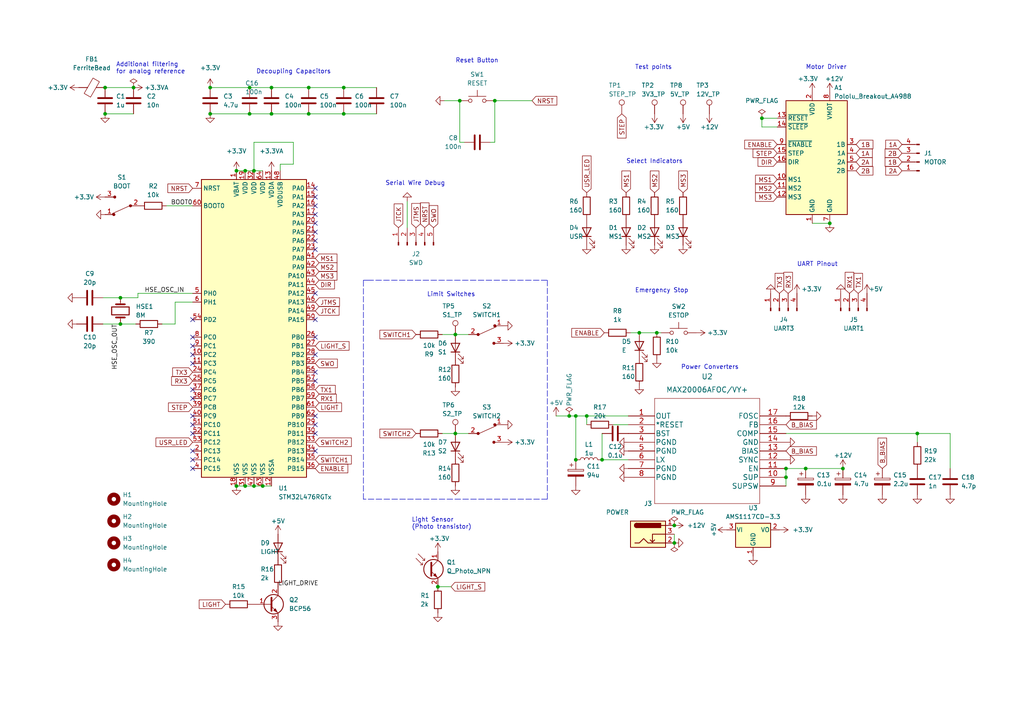
<source format=kicad_sch>
(kicad_sch (version 20211123) (generator eeschema)
  (paper "A4")
  (junction (at 143.51 29.21))
  (junction (at 190.5 96.52))
  (junction (at 132.08 97.028))
  (junction (at 73.66 140.97))
  (junction (at 240.665 64.77))
  (junction (at 165.1 120.65))
  (junction (at 72.39 25.4))
  (junction (at 99.695 25.4))
  (junction (at 220.98 34.29))
  (junction (at 60.96 33.02))
  (junction (at 99.695 33.02))
  (junction (at 227.965 138.43))
  (junction (at 68.58 140.97))
  (junction (at 73.66 49.53))
  (junction (at 167.005 133.35))
  (junction (at 233.68 135.89))
  (junction (at 89.535 25.4))
  (junction (at 71.12 49.53))
  (junction (at 133.35 29.21))
  (junction (at 174.625 133.35))
  (junction (at 227.965 135.89))
  (junction (at 68.58 49.53))
  (junction (at 195.58 152.4))
  (junction (at 72.39 33.02))
  (junction (at 195.58 157.48))
  (junction (at 127 170.18))
  (junction (at 30.48 25.4))
  (junction (at 167.005 120.65))
  (junction (at 34.925 93.98))
  (junction (at 76.2 140.97))
  (junction (at 266.065 125.73))
  (junction (at 89.535 33.02))
  (junction (at 34.925 86.36))
  (junction (at 78.74 33.02))
  (junction (at 132.08 125.73))
  (junction (at 38.735 25.4))
  (junction (at 60.96 25.4))
  (junction (at 30.48 33.02))
  (junction (at 71.12 140.97))
  (junction (at 78.74 25.4))
  (junction (at 244.475 135.89))
  (junction (at 170.18 120.65))
  (junction (at 185.42 96.52))
  (no_connect (at 55.88 105.41))
  (no_connect (at 91.44 54.61))
  (no_connect (at 91.44 97.79))
  (no_connect (at 91.44 57.15))
  (no_connect (at 91.44 107.95))
  (no_connect (at 91.44 72.39))
  (no_connect (at 91.44 110.49))
  (no_connect (at 55.88 113.03))
  (no_connect (at 55.88 97.79))
  (no_connect (at 91.44 120.65))
  (no_connect (at 91.44 130.81))
  (no_connect (at 91.44 92.71))
  (no_connect (at 91.44 123.19))
  (no_connect (at 55.88 102.87))
  (no_connect (at 55.88 123.19))
  (no_connect (at 55.88 133.35))
  (no_connect (at 91.44 67.31))
  (no_connect (at 91.44 125.73))
  (no_connect (at 55.88 135.89))
  (no_connect (at 55.88 120.65))
  (no_connect (at 91.44 85.09))
  (no_connect (at 55.88 125.73))
  (no_connect (at 55.88 130.81))
  (no_connect (at 91.44 62.23))
  (no_connect (at 91.44 59.69))
  (no_connect (at 55.88 115.57))
  (no_connect (at 91.44 102.87))
  (no_connect (at 55.88 92.71))
  (no_connect (at 55.88 100.33))
  (no_connect (at 91.44 69.85))
  (no_connect (at 91.44 64.77))
  (wire (pts (xy 85.09 41.275) (xy 73.66 41.275)))
  (wire (pts (xy 128.905 29.21) (xy 133.35 29.21)))
  (wire (pts (xy 182.245 120.65) (xy 170.18 120.65)))
  (wire (pts (xy 71.12 140.97) (xy 73.66 140.97)))
  (wire (pts (xy 227.965 135.89) (xy 227.965 138.43)))
  (wire (pts (xy 85.09 47.625) (xy 85.09 41.275)))
  (wire (pts (xy 30.48 25.4) (xy 38.735 25.4)))
  (wire (pts (xy 266.065 125.73) (xy 275.59 125.73)))
  (polyline (pts (xy 106.68 81.28) (xy 158.75 81.28)))
  (wire (pts (xy 118.11 58.42) (xy 118.11 66.04)))
  (wire (pts (xy 40.005 85.09) (xy 55.88 85.09)))
  (wire (pts (xy 185.42 96.52) (xy 190.5 96.52)))
  (wire (pts (xy 235.585 64.77) (xy 240.665 64.77)))
  (wire (pts (xy 99.695 33.02) (xy 109.22 33.02)))
  (wire (pts (xy 99.695 25.4) (xy 109.22 25.4)))
  (wire (pts (xy 73.66 140.97) (xy 76.2 140.97)))
  (wire (pts (xy 73.66 49.53) (xy 76.2 49.53)))
  (wire (pts (xy 266.065 125.73) (xy 266.065 128.27)))
  (polyline (pts (xy 105.41 81.28) (xy 106.68 81.28)))
  (wire (pts (xy 165.1 120.65) (xy 167.005 120.65)))
  (wire (pts (xy 78.74 25.4) (xy 89.535 25.4)))
  (wire (pts (xy 48.26 59.69) (xy 55.88 59.69)))
  (wire (pts (xy 34.925 93.98) (xy 39.37 93.98)))
  (polyline (pts (xy 158.75 81.28) (xy 158.75 144.78)))
  (wire (pts (xy 233.68 135.89) (xy 244.475 135.89)))
  (wire (pts (xy 182.88 96.52) (xy 185.42 96.52)))
  (wire (pts (xy 128.27 125.73) (xy 132.08 125.73)))
  (wire (pts (xy 78.74 33.02) (xy 89.535 33.02)))
  (wire (pts (xy 89.535 33.02) (xy 99.695 33.02)))
  (wire (pts (xy 174.625 133.35) (xy 182.245 133.35)))
  (wire (pts (xy 142.24 41.275) (xy 143.51 41.275)))
  (wire (pts (xy 167.005 120.65) (xy 167.005 133.35)))
  (wire (pts (xy 143.51 29.21) (xy 143.51 41.275)))
  (wire (pts (xy 127 170.18) (xy 130.81 170.18)))
  (wire (pts (xy 174.625 125.73) (xy 174.625 133.35)))
  (wire (pts (xy 133.35 29.21) (xy 133.35 41.275)))
  (wire (pts (xy 143.51 29.21) (xy 154.305 29.21)))
  (wire (pts (xy 50.8 87.63) (xy 55.88 87.63)))
  (wire (pts (xy 68.58 49.53) (xy 71.12 49.53)))
  (wire (pts (xy 227.965 138.43) (xy 227.965 140.97)))
  (wire (pts (xy 81.28 49.53) (xy 81.28 47.625)))
  (wire (pts (xy 29.845 93.98) (xy 34.925 93.98)))
  (wire (pts (xy 50.8 93.98) (xy 50.8 87.63)))
  (wire (pts (xy 68.58 140.97) (xy 71.12 140.97)))
  (wire (pts (xy 81.28 47.625) (xy 85.09 47.625)))
  (wire (pts (xy 72.39 25.4) (xy 78.74 25.4)))
  (wire (pts (xy 177.8 123.19) (xy 182.245 123.19)))
  (wire (pts (xy 46.99 93.98) (xy 50.8 93.98)))
  (wire (pts (xy 71.12 49.53) (xy 73.66 49.53)))
  (wire (pts (xy 72.39 33.02) (xy 78.74 33.02)))
  (wire (pts (xy 132.08 97.028) (xy 135.89 97.028)))
  (wire (pts (xy 227.965 125.73) (xy 266.065 125.73)))
  (wire (pts (xy 220.98 34.29) (xy 220.98 36.83)))
  (wire (pts (xy 76.2 140.97) (xy 78.74 140.97)))
  (wire (pts (xy 29.845 86.36) (xy 34.925 86.36)))
  (wire (pts (xy 132.08 125.73) (xy 135.89 125.73)))
  (wire (pts (xy 60.96 25.4) (xy 72.39 25.4)))
  (wire (pts (xy 60.96 33.02) (xy 72.39 33.02)))
  (wire (pts (xy 134.62 41.275) (xy 133.35 41.275)))
  (wire (pts (xy 275.59 125.73) (xy 275.59 135.89)))
  (polyline (pts (xy 105.41 144.78) (xy 105.41 81.28)))
  (wire (pts (xy 30.48 33.02) (xy 38.735 33.02)))
  (wire (pts (xy 190.5 96.52) (xy 191.77 96.52)))
  (wire (pts (xy 170.18 120.65) (xy 170.18 123.19)))
  (wire (pts (xy 225.425 34.29) (xy 220.98 34.29)))
  (polyline (pts (xy 158.75 144.78) (xy 105.41 144.78)))
  (wire (pts (xy 34.925 86.36) (xy 40.005 86.36)))
  (wire (pts (xy 161.29 120.65) (xy 165.1 120.65)))
  (wire (pts (xy 73.66 41.275) (xy 73.66 49.53)))
  (wire (pts (xy 195.58 154.94) (xy 195.58 157.48)))
  (wire (pts (xy 227.965 135.89) (xy 233.68 135.89)))
  (wire (pts (xy 220.98 36.83) (xy 225.425 36.83)))
  (wire (pts (xy 170.18 120.65) (xy 167.005 120.65)))
  (wire (pts (xy 128.27 97.028) (xy 132.08 97.028)))
  (wire (pts (xy 89.535 25.4) (xy 99.695 25.4)))
  (wire (pts (xy 40.005 86.36) (xy 40.005 85.09)))
  (text "UART Pinout" (at 231.14 77.47 0) (effects (font (size 1.27 1.27)) (justify left bottom)))
  (text "Serial Wire Debug" (at 111.76 53.975 0) (effects (font (size 1.27 1.27)) (justify left bottom)))
  (text "Additional filtering\nfor analog reference" (at 33.655 21.59 0) (effects (font (size 1.27 1.27)) (justify left bottom)))
  (text "Test points" (at 184.15 20.32 0) (effects (font (size 1.27 1.27)) (justify left bottom)))
  (text "Decoupling Capacitors" (at 74.295 21.59 0) (effects (font (size 1.27 1.27)) (justify left bottom)))
  (text "Power Converters" (at 197.485 107.315 0) (effects (font (size 1.27 1.27)) (justify left bottom)))
  (text "Select Indicators" (at 181.61 47.625 0) (effects (font (size 1.27 1.27)) (justify left bottom)))
  (text "Reset Button" (at 132.08 18.415 0) (effects (font (size 1.27 1.27)) (justify left bottom)))
  (text "Emergency Stop" (at 184.15 85.09 0) (effects (font (size 1.27 1.27)) (justify left bottom)))
  (text "Light Sensor\n(Photo transistor)" (at 119.38 153.67 0) (effects (font (size 1.27 1.27)) (justify left bottom)))
  (text "Motor Driver" (at 233.68 20.32 0) (effects (font (size 1.27 1.27)) (justify left bottom)))
  (text "Limit Switches" (at 123.825 86.233 0) (effects (font (size 1.27 1.27)) (justify left bottom)))
  (label "HSE_OSC_IN" (at 41.91 85.09 0))
  (label "BOOT0" (at 49.53 59.69 0))
  (label "HSE_OSC_OUT" (at 34.29 93.98 270))
  (label "LIGHT_DRIVE" (at 80.645 170.18 0))
  (global_label "TX3" (shape input) (at 226.06 85.09 90) (property "Intersheet References" "${INTERSHEET_REFS}" (effects hide)))
  (global_label "SWITCH2" (shape input) (at 120.65 125.73 180) (property "Intersheet References" "${INTERSHEET_REFS}" (effects hide)))
  (global_label "SWO" (shape input) (at 125.73 66.04 90) (property "Intersheet References" "${INTERSHEET_REFS}" (effects hide)))
  (global_label "LIGHT" (shape input) (at 91.44 118.11 0) (property "Intersheet References" "${INTERSHEET_REFS}" (effects hide)))
  (global_label "USR_LED" (shape input) (at 55.88 128.27 180) (property "Intersheet References" "${INTERSHEET_REFS}" (effects hide)))
  (global_label "JTCK" (shape input) (at 115.57 66.04 90) (property "Intersheet References" "${INTERSHEET_REFS}" (effects hide)))
  (global_label "B_BIAS" (shape input) (at 227.965 130.81 0) (property "Intersheet References" "${INTERSHEET_REFS}" (effects hide)))
  (global_label "MS1" (shape input) (at 181.61 55.88 90) (property "Intersheet References" "${INTERSHEET_REFS}" (effects hide)))
  (global_label "RX3" (shape input) (at 55.88 110.49 180) (property "Intersheet References" "${INTERSHEET_REFS}" (effects hide)))
  (global_label "1B" (shape input) (at 261.62 46.99 180) (property "Intersheet References" "${INTERSHEET_REFS}" (effects hide)))
  (global_label "2B" (shape input) (at 261.62 44.45 180) (property "Intersheet References" "${INTERSHEET_REFS}" (effects hide)))
  (global_label "1B" (shape input) (at 248.285 41.91 0) (property "Intersheet References" "${INTERSHEET_REFS}" (effects hide)))
  (global_label "RX1" (shape input) (at 246.38 85.09 90) (property "Intersheet References" "${INTERSHEET_REFS}" (effects hide)))
  (global_label "LIGHT_S" (shape input) (at 91.44 100.33 0) (property "Intersheet References" "${INTERSHEET_REFS}" (effects hide)))
  (global_label "STEP" (shape input) (at 225.425 44.45 180) (property "Intersheet References" "${INTERSHEET_REFS}" (effects hide)))
  (global_label "SWITCH2" (shape input) (at 91.44 128.27 0) (property "Intersheet References" "${INTERSHEET_REFS}" (effects hide)))
  (global_label "2A" (shape input) (at 248.285 46.99 0) (property "Intersheet References" "${INTERSHEET_REFS}" (effects hide)))
  (global_label "MS3" (shape input) (at 91.44 80.01 0) (property "Intersheet References" "${INTERSHEET_REFS}" (effects hide)))
  (global_label "MS3" (shape input) (at 198.12 55.88 90) (property "Intersheet References" "${INTERSHEET_REFS}" (effects hide)))
  (global_label "RX1" (shape input) (at 91.44 115.57 0) (property "Intersheet References" "${INTERSHEET_REFS}" (effects hide)))
  (global_label "B_BIAS" (shape input) (at 227.965 123.19 0) (property "Intersheet References" "${INTERSHEET_REFS}" (effects hide)))
  (global_label "DIR" (shape input) (at 225.425 46.99 180) (property "Intersheet References" "${INTERSHEET_REFS}" (effects hide)))
  (global_label "SWO" (shape input) (at 91.44 105.41 0) (property "Intersheet References" "${INTERSHEET_REFS}" (effects hide)))
  (global_label "SWITCH1" (shape input) (at 91.44 133.35 0) (property "Intersheet References" "${INTERSHEET_REFS}" (effects hide)))
  (global_label "TX3" (shape input) (at 55.88 107.95 180) (property "Intersheet References" "${INTERSHEET_REFS}" (effects hide)))
  (global_label "NRST" (shape input) (at 123.19 66.04 90) (property "Intersheet References" "${INTERSHEET_REFS}" (effects hide)))
  (global_label "JTMS" (shape input) (at 91.44 87.63 0) (property "Intersheet References" "${INTERSHEET_REFS}" (effects hide)))
  (global_label "STEP" (shape input) (at 180.34 33.02 270) (property "Intersheet References" "${INTERSHEET_REFS}" (effects hide)))
  (global_label "2A" (shape input) (at 261.62 49.53 180) (property "Intersheet References" "${INTERSHEET_REFS}" (effects hide)))
  (global_label "USR_LED" (shape input) (at 170.18 55.88 90) (property "Intersheet References" "${INTERSHEET_REFS}" (effects hide)))
  (global_label "ENABLE" (shape input) (at 225.425 41.91 180) (property "Intersheet References" "${INTERSHEET_REFS}" (effects hide)))
  (global_label "NRST" (shape input) (at 154.305 29.21 0) (property "Intersheet References" "${INTERSHEET_REFS}" (effects hide)))
  (global_label "ENABLE" (shape input) (at 175.26 96.52 180) (property "Intersheet References" "${INTERSHEET_REFS}" (effects hide)))
  (global_label "RX3" (shape input) (at 228.6 85.09 90) (property "Intersheet References" "${INTERSHEET_REFS}" (effects hide)))
  (global_label "MS1" (shape input) (at 91.44 74.93 0) (property "Intersheet References" "${INTERSHEET_REFS}" (effects hide)))
  (global_label "SWITCH1" (shape input) (at 120.65 97.028 180) (property "Intersheet References" "${INTERSHEET_REFS}" (effects hide)))
  (global_label "LIGHT_S" (shape input) (at 130.81 170.18 0) (property "Intersheet References" "${INTERSHEET_REFS}" (effects hide)))
  (global_label "MS2" (shape input) (at 91.44 77.47 0) (property "Intersheet References" "${INTERSHEET_REFS}" (effects hide)))
  (global_label "STEP" (shape input) (at 55.88 118.11 180) (property "Intersheet References" "${INTERSHEET_REFS}" (effects hide)))
  (global_label "LIGHT" (shape input) (at 65.405 175.26 180) (property "Intersheet References" "${INTERSHEET_REFS}" (effects hide)))
  (global_label "JTMS" (shape input) (at 120.65 66.04 90) (property "Intersheet References" "${INTERSHEET_REFS}" (effects hide)))
  (global_label "MS1" (shape input) (at 225.425 52.07 180) (property "Intersheet References" "${INTERSHEET_REFS}" (effects hide)))
  (global_label "DIR" (shape input) (at 91.44 82.55 0) (property "Intersheet References" "${INTERSHEET_REFS}" (effects hide)))
  (global_label "MS2" (shape input) (at 189.865 55.88 90) (property "Intersheet References" "${INTERSHEET_REFS}" (effects hide)))
  (global_label "ENABLE" (shape input) (at 91.44 135.89 0) (property "Intersheet References" "${INTERSHEET_REFS}" (effects hide)))
  (global_label "2B" (shape input) (at 248.285 49.53 0) (property "Intersheet References" "${INTERSHEET_REFS}" (effects hide)))
  (global_label "TX1" (shape input) (at 91.44 113.03 0) (property "Intersheet References" "${INTERSHEET_REFS}" (effects hide)))
  (global_label "MS2" (shape input) (at 225.425 54.61 180) (property "Intersheet References" "${INTERSHEET_REFS}" (effects hide)))
  (global_label "JTCK" (shape input) (at 91.44 90.17 0) (property "Intersheet References" "${INTERSHEET_REFS}" (effects hide)))
  (global_label "1A" (shape input) (at 261.62 41.91 180) (property "Intersheet References" "${INTERSHEET_REFS}" (effects hide)))
  (global_label "MS3" (shape input) (at 225.425 57.15 180) (property "Intersheet References" "${INTERSHEET_REFS}" (effects hide)))
  (global_label "1A" (shape input) (at 248.285 44.45 0) (property "Intersheet References" "${INTERSHEET_REFS}" (effects hide)))
  (global_label "NRST" (shape input) (at 55.88 54.61 180) (property "Intersheet References" "${INTERSHEET_REFS}" (effects hide)))
  (global_label "TX1" (shape input) (at 248.92 85.09 90) (property "Intersheet References" "${INTERSHEET_REFS}" (effects hide)))
  (global_label "B_BIAS" (shape input) (at 255.905 135.89 90) (property "Intersheet References" "${INTERSHEET_REFS}" (effects hide)))
  (symbol (lib_id "Device:R") (at 266.065 132.08 0) (unit 1)
    (property "Reference" "R19" (at 267.97 130.8099 0) (effects (justify left)))
    (property "Value" "22k" (at 267.97 133.3499 0) (effects (justify left)))
  )
  (symbol (lib_id "Connector:TestPoint") (at 132.08 97.028 0) (unit 1)
    (property "Reference" "TP5" (at 128.27 88.773 0) (effects (justify left)))
    (property "Value" "S1_TP" (at 128.27 91.313 0) (effects (justify left)))
    (property "Footprint" "TestPoint:TestPoint_Pad_D1.5mm" (effects hide))
  )
  (symbol (lib_id "Device:C_Polarized") (at 167.005 137.16 0) (unit 1)
    (property "Reference" "C11" (at 170.18 135.255 0) (effects (justify left)))
    (property "Value" "94u" (at 170.18 137.795 0) (effects (justify left)))
  )
  (symbol (lib_id "power:GND") (at 182.245 128.27 270) (unit 1)
    (property "Reference" "#PWR037" (effects hide))
    (property "Value" "GND" (effects hide))
  )
  (symbol (lib_id "power:GND") (at 30.48 62.23 270) (unit 1)
    (property "Reference" "#PWR017" (effects hide))
    (property "Value" "GND" (effects hide))
  )
  (symbol (lib_id "Device:C") (at 99.695 29.21 0) (unit 1)
    (property "Reference" "C6" (at 102.87 27.9399 0) (effects (justify left)))
    (property "Value" "100n" (at 102.87 30.4799 0) (effects (justify left)))
    (property "Footprint" "Capacitor_SMD:C_0402_1005Metric" (effects hide))
  )
  (symbol (lib_id "Device:LED") (at 189.865 67.31 90) (unit 1)
    (property "Reference" "D2" (at 184.785 66.04 90) (effects (justify right)))
    (property "Value" "MS2" (at 184.785 68.58 90) (effects (justify right)))
    (property "Footprint" "LED_SMD:LED_0805_2012Metric" (effects hide))
  )
  (symbol (lib_id "power:+3.3V") (at 201.93 96.52 270) (unit 1)
    (property "Reference" "#PWR025" (effects hide))
    (property "Value" "+3.3V" (at 205.105 96.5201 90) (effects (justify left)))
  )
  (symbol (lib_id "power:GND") (at 132.08 140.97 0) (unit 1)
    (property "Reference" "#PWR036" (effects hide))
    (property "Value" "GND" (effects hide))
  )
  (symbol (lib_id "Device:C") (at 26.035 86.36 90) (unit 1)
    (property "Reference" "C9" (at 26.035 79.375 90))
    (property "Value" "20p" (at 26.035 81.915 90))
    (property "Footprint" "Capacitor_SMD:C_0402_1005Metric" (effects hide))
  )
  (symbol (lib_id "Connector:TestPoint") (at 205.74 33.02 0) (unit 1)
    (property "Reference" "TP3" (at 201.93 24.765 0) (effects (justify left)))
    (property "Value" "12V_TP" (at 201.93 27.305 0) (effects (justify left)))
    (property "Footprint" "TestPoint:TestPoint_Pad_D1.5mm" (effects hide))
  )
  (symbol (lib_id "power:GND") (at 235.585 120.65 90) (unit 1)
    (property "Reference" "#PWR051" (effects hide))
    (property "Value" "GND" (effects hide))
  )
  (symbol (lib_id "power:+3.3V") (at 127 160.02 0) (unit 1)
    (property "Reference" "#PWR011" (effects hide))
    (property "Value" "+3.3V" (at 124.46 156.21 0) (effects (justify left)))
  )
  (symbol (lib_id "power:GND") (at 118.11 58.42 180) (unit 1)
    (property "Reference" "#PWR015" (effects hide))
    (property "Value" "GND" (effects hide))
  )
  (symbol (lib_id "Device:R") (at 43.18 93.98 270) (unit 1)
    (property "Reference" "R7" (at 43.18 96.52 90))
    (property "Value" "390" (at 43.18 99.06 90))
    (property "Footprint" "Resistor_SMD:R_0402_1005Metric" (effects hide))
  )
  (symbol (lib_id "Device:Crystal") (at 34.925 90.17 90) (unit 1)
    (property "Reference" "HSE1" (at 39.37 88.8999 90) (effects (justify right)))
    (property "Value" "8M" (at 39.37 91.4399 90) (effects (justify right)))
    (property "Footprint" "Crystal:Crystal_SMD_MicroCrystal_CC4V-T1A-2Pin_5.0x1.9mm" (effects hide))
  )
  (symbol (lib_id "Device:LED") (at 132.08 100.838 90) (unit 1)
    (property "Reference" "D6" (at 127 99.568 90) (effects (justify right)))
    (property "Value" "S1" (at 127 102.108 90) (effects (justify right)))
    (property "Footprint" "LED_SMD:LED_0805_2012Metric" (effects hide))
  )
  (symbol (lib_id "power:+12V") (at 205.74 33.02 180) (unit 1)
    (property "Reference" "#PWR010" (effects hide))
    (property "Value" "+12V" (at 205.74 36.83 0))
  )
  (symbol (lib_id "Connector:TestPoint") (at 132.08 125.73 0) (unit 1)
    (property "Reference" "TP6" (at 128.27 117.475 0) (effects (justify left)))
    (property "Value" "S2_TP" (at 128.27 120.015 0) (effects (justify left)))
    (property "Footprint" "TestPoint:TestPoint_Pad_D1.5mm" (effects hide))
  )
  (symbol (lib_id "power:GND") (at 22.225 93.98 270) (unit 1)
    (property "Reference" "#PWR023" (effects hide))
    (property "Value" "GND" (effects hide))
  )
  (symbol (lib_id "MAX20006AFOC:MAX20006AFOC{slash}VY+") (at 182.245 120.65 0) (unit 1)
    (property "Reference" "U2" (at 205.105 109.22 0) (effects (font (size 1.524 1.524))))
    (property "Value" "MAX20006AFOC/VY+" (at 205.105 113.03 0) (effects (font (size 1.524 1.524))))
    (property "Footprint" "21-100155B_F173A3FY+1_MXM" (effects hide))
  )
  (symbol (lib_id "power:GND") (at 128.905 29.21 270) (unit 1)
    (property "Reference" "#PWR06" (effects hide))
    (property "Value" "GND" (effects hide))
  )
  (symbol (lib_id "Device:R") (at 181.61 59.69 0) (unit 1)
    (property "Reference" "R3" (at 176.53 58.42 0) (effects (justify left)))
    (property "Value" "160" (at 176.53 60.96 0) (effects (justify left)))
    (property "Footprint" "Resistor_SMD:R_0402_1005Metric" (effects hide))
  )
  (symbol (lib_id "power:GND") (at 275.59 143.51 0) (unit 1)
    (property "Reference" "#PWR056" (effects hide))
    (property "Value" "GND" (effects hide))
  )
  (symbol (lib_id "Device:R") (at 124.46 97.028 270) (unit 1)
    (property "Reference" "R9" (at 124.46 102.743 90))
    (property "Value" "10k" (at 124.46 100.203 90))
    (property "Footprint" "Resistor_SMD:R_0402_1005Metric" (effects hide))
  )
  (symbol (lib_id "power:GND") (at 146.05 123.19 90) (unit 1)
    (property "Reference" "#PWR031" (effects hide))
    (property "Value" "GND" (effects hide))
  )
  (symbol (lib_id "Device:R") (at 170.18 59.69 0) (unit 1)
    (property "Reference" "R6" (at 165.1 58.42 0) (effects (justify left)))
    (property "Value" "160" (at 165.1 60.96 0) (effects (justify left)))
    (property "Footprint" "Resistor_SMD:R_0402_1005Metric" (effects hide))
  )
  (symbol (lib_id "Connector:TestPoint") (at 198.12 33.02 0) (unit 1)
    (property "Reference" "TP8" (at 194.31 24.765 0) (effects (justify left)))
    (property "Value" "5V_TP" (at 194.31 27.305 0) (effects (justify left)))
    (property "Footprint" "TestPoint:TestPoint_Pad_D1.5mm" (effects hide))
  )
  (symbol (lib_id "Device:R") (at 189.865 59.69 0) (unit 1)
    (property "Reference" "R4" (at 184.785 58.42 0) (effects (justify left)))
    (property "Value" "160" (at 184.785 60.96 0) (effects (justify left)))
    (property "Footprint" "Resistor_SMD:R_0402_1005Metric" (effects hide))
  )
  (symbol (lib_id "LedRemap:LEDRemapped") (at 80.645 158.75 90) (unit 1)
    (property "Reference" "D9" (at 75.565 157.48 90) (effects (justify right)))
    (property "Value" "LIGHT" (at 75.565 160.02 90) (effects (justify right)))
    (property "Footprint" "TerminalBlock_Phoenix:TerminalBlock_Phoenix_MPT-0,5-2-2.54_1x02_P2.54mm_Horizontal" (effects hide))
  )
  (symbol (lib_id "power:GND") (at 170.18 71.12 0) (unit 1)
    (property "Reference" "#PWR021" (effects hide))
    (property "Value" "GND" (effects hide))
  )
  (symbol (lib_id "power:GND") (at 185.42 111.76 0) (unit 1)
    (property "Reference" "#PWR028" (effects hide))
    (property "Value" "GND" (effects hide))
  )
  (symbol (lib_id "Device:C") (at 89.535 29.21 0) (unit 1)
    (property "Reference" "C5" (at 92.71 27.9399 0) (effects (justify left)))
    (property "Value" "100n" (at 92.71 30.4799 0) (effects (justify left)))
    (property "Footprint" "Capacitor_SMD:C_0402_1005Metric" (effects hide))
  )
  (symbol (lib_id "Device:R") (at 231.775 120.65 90) (unit 1)
    (property "Reference" "R18" (at 231.775 115.57 90))
    (property "Value" "12k" (at 231.775 118.11 90))
  )
  (symbol (lib_id "Mechanical:MountingHole") (at 33.02 157.48 0) (unit 1)
    (property "Reference" "H3" (at 35.56 156.2099 0) (effects (justify left)))
    (property "Value" "MountingHole" (at 35.56 158.7499 0) (effects (justify left)))
    (property "Footprint" "MountingHole:MountingHole_2.2mm_M2" (effects hide))
  )
  (symbol (lib_id "power:PWR_FLAG") (at 220.98 34.29 0) (unit 1)
    (property "Reference" "#FLG0103" (effects hide))
    (property "Value" "PWR_FLAG" (at 220.98 29.21 0))
  )
  (symbol (lib_id "Device:C") (at 60.96 29.21 0) (unit 1)
    (property "Reference" "C3" (at 64.77 27.9399 0) (effects (justify left)))
    (property "Value" "4.7u" (at 64.77 30.4799 0) (effects (justify left)))
    (property "Footprint" "Capacitor_Tantalum_SMD:CP_EIA-2012-12_Kemet-R" (effects hide))
  )
  (symbol (lib_id "power:+3.3V") (at 235.585 26.67 0) (unit 1)
    (property "Reference" "#PWR01" (effects hide))
    (property "Value" "+3.3V" (at 234.315 22.86 0))
  )
  (symbol (lib_id "Device:R") (at 190.5 100.33 0) (unit 1)
    (property "Reference" "R10" (at 193.04 99.0599 0) (effects (justify left)))
    (property "Value" "10k" (at 193.04 101.5999 0) (effects (justify left)))
    (property "Footprint" "Resistor_SMD:R_0402_1005Metric" (effects hide))
  )
  (symbol (lib_id "Driver_Motor:Pololu_Breakout_A4988") (at 235.585 44.45 0) (unit 1)
    (property "Reference" "A1" (at 241.935 25.4 0) (effects (justify left)))
    (property "Value" "Pololu_Breakout_A4988" (at 241.935 27.94 0) (effects (justify left)))
    (property "Footprint" "Module:Pololu_Breakout-16_15.2x20.3mm" (effects hide))
    (property "Datasheet" "https://www.pololu.com/product/2980/pictures" (effects hide))
  )
  (symbol (lib_id "power:GND") (at 240.665 64.77 0) (unit 1)
    (property "Reference" "#PWR016" (effects hide))
    (property "Value" "GND" (effects hide))
  )
  (symbol (lib_id "power:GND") (at 195.58 157.48 90) (unit 1)
    (property "Reference" "#PWR0102" (effects hide))
    (property "Value" "GND" (effects hide))
  )
  (symbol (lib_id "power:GND") (at 198.12 71.12 0) (unit 1)
    (property "Reference" "#PWR020" (effects hide))
    (property "Value" "GND" (effects hide))
  )
  (symbol (lib_id "Device:LED") (at 198.12 67.31 90) (unit 1)
    (property "Reference" "D3" (at 193.04 66.04 90) (effects (justify right)))
    (property "Value" "MS3" (at 193.04 68.58 90) (effects (justify right)))
    (property "Footprint" "LED_SMD:LED_0805_2012Metric" (effects hide))
  )
  (symbol (lib_id "Device:R") (at 173.99 123.19 90) (unit 1)
    (property "Reference" "R17" (at 173.99 118.11 90))
    (property "Value" "20k" (at 173.99 120.65 90))
  )
  (symbol (lib_id "Transistor_BJT:BCP56") (at 78.105 175.26 0) (unit 1)
    (property "Reference" "Q2" (at 83.82 173.9899 0) (effects (justify left)))
    (property "Value" "BCP56" (at 83.82 176.5299 0) (effects (justify left)))
    (property "Footprint" "Package_TO_SOT_SMD:SOT-223" (effects hide))
    (property "Datasheet" "http://cache.nxp.com/documents/data_sheet/BCP56_BCX56_BC56PA.pdf?pspll=1" (effects hide))
  )
  (symbol (lib_id "power:GND") (at 181.61 71.12 0) (unit 1)
    (property "Reference" "#PWR018" (effects hide))
    (property "Value" "GND" (effects hide))
  )
  (symbol (lib_id "power:GND") (at 255.905 143.51 0) (unit 1)
    (property "Reference" "#PWR054" (effects hide))
    (property "Value" "GND" (effects hide))
  )
  (symbol (lib_id "Connector:Conn_01x04_Male") (at 246.38 90.17 90) (unit 1)
    (property "Reference" "J5" (at 247.65 92.71 90))
    (property "Value" "UART1" (at 247.65 95.25 90))
    (property "Footprint" "Connector_PinHeader_2.54mm:PinHeader_1x04_P2.54mm_Vertical" (effects hide))
  )
  (symbol (lib_id "Device:R") (at 179.07 96.52 270) (unit 1)
    (property "Reference" "R8" (at 179.07 90.17 90))
    (property "Value" "1k" (at 179.07 92.71 90))
    (property "Footprint" "Resistor_SMD:R_0402_1005Metric" (effects hide))
  )
  (symbol (lib_id "power:+3.3V") (at 30.48 57.15 90) (unit 1)
    (property "Reference" "#PWR014" (effects hide))
    (property "Value" "+3.3V" (at 27.305 57.1499 90) (effects (justify left)))
  )
  (symbol (lib_id "power:GND") (at 227.965 133.35 90) (unit 1)
    (property "Reference" "#PWR049" (effects hide))
    (property "Value" "GND" (effects hide))
  )
  (symbol (lib_id "power:GND") (at 132.08 112.268 0) (unit 1)
    (property "Reference" "#PWR029" (effects hide))
    (property "Value" "GND" (effects hide))
  )
  (symbol (lib_id "Device:C_Polarized") (at 255.905 139.7 0) (unit 1)
    (property "Reference" "C15" (at 259.08 137.795 0) (effects (justify left)))
    (property "Value" "2.2u" (at 259.08 140.335 0) (effects (justify left)))
  )
  (symbol (lib_id "Connector:Conn_01x04_Male") (at 226.06 90.17 90) (unit 1)
    (property "Reference" "J4" (at 227.33 92.71 90))
    (property "Value" "UART3" (at 227.33 95.25 90))
    (property "Footprint" "Connector_PinHeader_2.54mm:PinHeader_1x04_P2.54mm_Vertical" (effects hide))
  )
  (symbol (lib_id "Device:R") (at 69.215 175.26 90) (unit 1)
    (property "Reference" "R15" (at 69.215 170.18 90))
    (property "Value" "10k" (at 69.215 172.72 90))
    (property "Footprint" "Resistor_SMD:R_0402_1005Metric" (effects hide))
  )
  (symbol (lib_id "power:+5V") (at 80.645 154.94 0) (unit 1)
    (property "Reference" "#PWR0105" (effects hide))
    (property "Value" "+5V" (at 80.645 151.13 0))
  )
  (symbol (lib_id "power:PWR_FLAG") (at 165.1 120.65 0) (unit 1)
    (property "Reference" "#FLG01" (effects hide))
    (property "Value" "PWR_FLAG" (at 165.1 113.03 90))
  )
  (symbol (lib_id "Connector:Conn_01x04_Male") (at 266.7 46.99 180) (unit 1)
    (property "Reference" "J1" (at 267.97 44.4499 0) (effects (justify right)))
    (property "Value" "MOTOR" (at 267.97 46.9899 0) (effects (justify right)))
    (property "Footprint" "Connector_PinHeader_2.54mm:PinHeader_1x04_P2.54mm_Vertical" (effects hide))
  )
  (symbol (lib_id "dk_Slide-Switches:EG1218") (at 140.97 97.028 0) (unit 1)
    (property "Reference" "S2" (at 141.1732 88.773 0))
    (property "Value" "SWITCH1" (at 141.1732 91.313 0))
    (property "Footprint" "Connector_PinHeader_2.54mm:PinHeader_1x03_P2.54mm_Vertical" (effects hide))
    (property "Datasheet" "http://spec_sheets.e-switch.com/specs/P040040.pdf" (effects hide))
    (property "Digi-Key_PN" "EG1903-ND" (effects hide))
    (property "MPN" "EG1218" (effects hide))
    (property "Category" "Switches" (effects hide))
    (property "Family" "Slide Switches" (effects hide))
    (property "DK_Datasheet_Link" "http://spec_sheets.e-switch.com/specs/P040040.pdf" (effects hide))
    (property "DK_Detail_Page" "/product-detail/en/e-switch/EG1218/EG1903-ND/101726" (effects hide))
    (property "Description" "SWITCH SLIDE SPDT 200MA 30V" (effects hide))
    (property "Manufacturer" "E-Switch" (effects hide))
    (property "Status" "Active" (effects hide))
  )
  (symbol (lib_id "Device:R") (at 80.645 166.37 0) (unit 1)
    (property "Reference" "R16" (at 75.565 165.1 0) (effects (justify left)))
    (property "Value" "2k" (at 75.565 167.64 0) (effects (justify left)))
    (property "Footprint" "Resistor_SMD:R_0603_1608Metric" (effects hide))
  )
  (symbol (lib_id "Device:R") (at 124.46 125.73 270) (unit 1)
    (property "Reference" "R13" (at 124.46 131.445 90))
    (property "Value" "10k" (at 124.46 128.905 90))
    (property "Footprint" "Resistor_SMD:R_0402_1005Metric" (effects hide))
  )
  (symbol (lib_id "power:PWR_FLAG") (at 38.735 25.4 0) (unit 1)
    (property "Reference" "#FLG0105" (effects hide))
    (property "Value" "PWR_FLAG" (effects hide))
  )
  (symbol (lib_id "power:+5V") (at 161.29 120.65 0) (unit 1)
    (property "Reference" "#PWR030" (effects hide))
    (property "Value" "+5V" (at 161.29 116.84 0))
  )
  (symbol (lib_id "power:GND") (at 244.475 143.51 0) (unit 1)
    (property "Reference" "#PWR053" (effects hide))
    (property "Value" "GND" (effects hide))
  )
  (symbol (lib_id "power:GND") (at 233.68 143.51 0) (unit 1)
    (property "Reference" "#PWR050" (effects hide))
    (property "Value" "GND" (effects hide))
  )
  (symbol (lib_id "Switch:SW_Push") (at 196.85 96.52 0) (unit 1)
    (property "Reference" "SW2" (at 196.85 88.9 0))
    (property "Value" "ESTOP" (at 196.85 91.44 0))
    (property "Footprint" "Connector_PinHeader_2.54mm:PinHeader_1x02_P2.54mm_Vertical" (effects hide))
  )
  (symbol (lib_id "power:GND") (at 218.44 161.29 0) (unit 1)
    (property "Reference" "#PWR042" (effects hide))
    (property "Value" "GND" (effects hide))
  )
  (symbol (lib_id "Connector:Barrel_Jack_Switch") (at 187.96 154.94 0) (unit 1)
    (property "Reference" "J3" (at 187.96 146.05 0))
    (property "Value" "POWER" (at 179.07 148.59 0))
    (property "Footprint" "Connector_BarrelJack:BarrelJack_Horizontal" (effects hide))
  )
  (symbol (lib_id "power:+5V") (at 198.12 33.02 180) (unit 1)
    (property "Reference" "#PWR047" (effects hide))
    (property "Value" "+5V" (at 198.12 36.83 0))
  )
  (symbol (lib_id "Connector:TestPoint") (at 189.865 33.02 0) (unit 1)
    (property "Reference" "TP2" (at 186.055 24.765 0) (effects (justify left)))
    (property "Value" "3V3_TP" (at 186.055 27.305 0) (effects (justify left)))
    (property "Footprint" "TestPoint:TestPoint_Pad_D1.5mm" (effects hide))
  )
  (symbol (lib_id "power:GND") (at 182.245 130.81 270) (unit 1)
    (property "Reference" "#PWR038" (effects hide))
    (property "Value" "GND" (effects hide))
  )
  (symbol (lib_id "Connector:TestPoint") (at 180.34 33.02 0) (unit 1)
    (property "Reference" "TP1" (at 176.53 24.765 0) (effects (justify left)))
    (property "Value" "STEP_TP" (at 176.53 27.305 0) (effects (justify left)))
    (property "Footprint" "TestPoint:TestPoint_Pad_D1.5mm" (effects hide))
  )
  (symbol (lib_id "power:GND") (at 127 177.8 0) (unit 1)
    (property "Reference" "#PWR034" (effects hide))
    (property "Value" "GND" (effects hide))
  )
  (symbol (lib_id "Device:R") (at 44.45 59.69 90) (unit 1)
    (property "Reference" "R2" (at 44.45 53.975 90))
    (property "Value" "10k" (at 44.45 56.515 90))
    (property "Footprint" "Resistor_SMD:R_0402_1005Metric" (effects hide))
  )
  (symbol (lib_id "Device:C") (at 26.035 93.98 90) (unit 1)
    (property "Reference" "C10" (at 26.035 97.79 90))
    (property "Value" "20p" (at 26.035 100.33 90))
    (property "Footprint" "Capacitor_SMD:C_0402_1005Metric" (effects hide))
  )
  (symbol (lib_id "power:+5V") (at 210.82 153.67 90) (unit 1)
    (property "Reference" "#PWR040" (effects hide))
    (property "Value" "+5V" (at 207.01 153.67 0))
  )
  (symbol (lib_id "power:PWR_FLAG") (at 195.58 152.4 0) (unit 1)
    (property "Reference" "#FLG0101" (effects hide))
    (property "Value" "PWR_FLAG" (at 199.39 148.59 0))
  )
  (symbol (lib_id "Device:C") (at 109.22 29.21 0) (unit 1)
    (property "Reference" "C7" (at 113.03 27.9399 0) (effects (justify left)))
    (property "Value" "100n" (at 113.03 30.4799 0) (effects (justify left)))
    (property "Footprint" "Capacitor_SMD:C_0402_1005Metric" (effects hide))
  )
  (symbol (lib_id "Device:C") (at 30.48 29.21 0) (unit 1)
    (property "Reference" "C1" (at 33.655 27.9399 0) (effects (justify left)))
    (property "Value" "1u" (at 33.655 30.4799 0) (effects (justify left)))
    (property "Footprint" "Capacitor_Tantalum_SMD:CP_EIA-2012-12_Kemet-R" (effects hide))
  )
  (symbol (lib_id "MCU_ST_STM32L4:STM32L476RGTx") (at 73.66 95.25 0) (unit 1)
    (property "Reference" "U1" (at 80.7594 141.605 0) (effects (justify left)))
    (property "Value" "STM32L476RGTx" (at 80.7594 144.145 0) (effects (justify left)))
    (property "Footprint" "Package_QFP:LQFP-64_10x10mm_P0.5mm" (effects hide))
    (property "Datasheet" "http://www.st.com/st-web-ui/static/active/en/resource/technical/document/datasheet/DM00108832.pdf" (effects hide))
  )
  (symbol (lib_id "Device:C_Polarized") (at 244.475 139.7 0) (unit 1)
    (property "Reference" "C14" (at 247.65 137.795 0) (effects (justify left)))
    (property "Value" "4.7u" (at 247.65 140.335 0) (effects (justify left)))
  )
  (symbol (lib_id "power:+3.3VA") (at 38.735 25.4 270) (unit 1)
    (property "Reference" "#PWR04" (effects hide))
    (property "Value" "+3.3VA" (at 41.91 25.3999 90) (effects (justify left)))
  )
  (symbol (lib_id "power:+3.3V") (at 60.96 25.4 0) (unit 1)
    (property "Reference" "#PWR05" (effects hide))
    (property "Value" "+3.3V" (at 60.96 19.685 0))
  )
  (symbol (lib_id "power:GND") (at 190.5 104.14 0) (unit 1)
    (property "Reference" "#PWR027" (effects hide))
    (property "Value" "GND" (effects hide))
  )
  (symbol (lib_id "Device:C_Polarized") (at 233.68 139.7 0) (unit 1)
    (property "Reference" "C13" (at 236.855 137.795 0) (effects (justify left)))
    (property "Value" "0.1u" (at 236.855 140.335 0) (effects (justify left)))
  )
  (symbol (lib_id "Device:C") (at 72.39 29.21 0) (unit 1)
    (property "Reference" "C16" (at 71.12 24.13 0) (effects (justify left)))
    (property "Value" "100n" (at 71.12 26.67 0) (effects (justify left)))
    (property "Footprint" "Capacitor_SMD:C_0402_1005Metric" (effects hide))
  )
  (symbol (lib_id "Regulator_Linear:AMS1117CD-3.3") (at 218.44 153.67 0) (unit 1)
    (property "Reference" "U3" (at 218.44 147.32 0))
    (property "Value" "AMS1117CD-3.3" (at 218.44 149.86 0))
    (property "Footprint" "Package_TO_SOT_SMD:TO-252-3_TabPin2" (effects hide))
    (property "Datasheet" "http://www.advanced-monolithic.com/pdf/ds1117.pdf" (effects hide))
  )
  (symbol (lib_id "power:+3.3V") (at 68.58 49.53 0) (unit 1)
    (property "Reference" "#PWR012" (effects hide))
    (property "Value" "+3.3V" (at 68.58 43.815 0))
  )
  (symbol (lib_id "power:GND") (at 60.96 33.02 0) (unit 1)
    (property "Reference" "#PWR08" (effects hide))
    (property "Value" "GND" (effects hide))
  )
  (symbol (lib_id "power:GND") (at 189.865 71.12 0) (unit 1)
    (property "Reference" "#PWR019" (effects hide))
    (property "Value" "GND" (effects hide))
  )
  (symbol (lib_id "dk_Slide-Switches:EG1218") (at 35.56 59.69 180) (unit 1)
    (property "Reference" "S1" (at 35.3568 51.435 0))
    (property "Value" "BOOT" (at 35.3568 53.975 0))
    (property "Footprint" "digikey-footprints:Switch_Slide_11.6x4mm_EG1218" (effects hide))
    (property "Datasheet" "http://spec_sheets.e-switch.com/specs/P040040.pdf" (effects hide))
    (property "Digi-Key_PN" "EG1903-ND" (effects hide))
    (property "MPN" "EG1218" (effects hide))
    (property "Category" "Switches" (effects hide))
    (property "Family" "Slide Switches" (effects hide))
    (property "DK_Datasheet_Link" "http://spec_sheets.e-switch.com/specs/P040040.pdf" (effects hide))
    (property "DK_Detail_Page" "/product-detail/en/e-switch/EG1218/EG1903-ND/101726" (effects hide))
    (property "Description" "SWITCH SLIDE SPDT 200MA 30V" (effects hide))
    (property "Manufacturer" "E-Switch" (effects hide))
    (property "Status" "Active" (effects hide))
  )
  (symbol (lib_id "Device:C") (at 138.43 41.275 270) (unit 1)
    (property "Reference" "C8" (at 131.445 40.005 90))
    (property "Value" "100n" (at 131.445 42.545 90))
    (property "Footprint" "Capacitor_SMD:C_0402_1005Metric" (effects hide))
  )
  (symbol (lib_id "Switch:SW_Push") (at 138.43 29.21 0) (unit 1)
    (property "Reference" "SW1" (at 138.43 21.59 0))
    (property "Value" "RESET" (at 138.43 24.13 0))
    (property "Footprint" "Button_Switch_THT:SW_PUSH_6mm" (effects hide))
  )
  (symbol (lib_id "Device:R") (at 198.12 59.69 0) (unit 1)
    (property "Reference" "R5" (at 193.04 58.42 0) (effects (justify left)))
    (property "Value" "160" (at 193.04 60.96 0) (effects (justify left)))
    (property "Footprint" "Resistor_SMD:R_0402_1005Metric" (effects hide))
  )
  (symbol (lib_id "Device:R") (at 127 173.99 0) (unit 1)
    (property "Reference" "R1" (at 121.92 172.72 0) (effects (justify left)))
    (property "Value" "2k" (at 121.92 175.26 0) (effects (justify left)))
    (property "Footprint" "Resistor_THT:R_Axial_DIN0411_L9.9mm_D3.6mm_P15.24mm_Horizontal" (effects hide))
  )
  (symbol (lib_id "power:GND") (at 243.84 85.09 180) (unit 1)
    (property "Reference" "#PWR045" (effects hide))
    (property "Value" "GND" (effects hide))
  )
  (symbol (lib_id "Device:LED") (at 170.18 67.31 90) (unit 1)
    (property "Reference" "D4" (at 165.1 66.04 90) (effects (justify right)))
    (property "Value" "USR" (at 165.1 68.58 90) (effects (justify right)))
    (property "Footprint" "LED_SMD:LED_0805_2012Metric" (effects hide))
  )
  (symbol (lib_id "Device:R") (at 132.08 108.458 0) (unit 1)
    (property "Reference" "R12" (at 127 107.188 0) (effects (justify left)))
    (property "Value" "160" (at 127 109.728 0) (effects (justify left)))
    (property "Footprint" "Resistor_SMD:R_0402_1005Metric" (effects hide))
  )
  (symbol (lib_id "dk_Slide-Switches:EG1218") (at 140.97 125.73 0) (unit 1)
    (property "Reference" "S3" (at 141.1732 118.11 0))
    (property "Value" "SWITCH2" (at 141.1732 120.65 0))
    (property "Footprint" "Connector_PinHeader_2.54mm:PinHeader_1x03_P2.54mm_Vertical" (effects hide))
    (property "Datasheet" "http://spec_sheets.e-switch.com/specs/P040040.pdf" (effects hide))
    (property "Digi-Key_PN" "EG1903-ND" (effects hide))
    (property "MPN" "EG1218" (effects hide))
    (property "Category" "Switches" (effects hide))
    (property "Family" "Slide Switches" (effects hide))
    (property "DK_Datasheet_Link" "http://spec_sheets.e-switch.com/specs/P040040.pdf" (effects hide))
    (property "DK_Detail_Page" "/product-detail/en/e-switch/EG1218/EG1903-ND/101726" (effects hide))
    (property "Description" "SWITCH SLIDE SPDT 200MA 30V" (effects hide))
    (property "Manufacturer" "E-Switch" (effects hide))
    (property "Status" "Active" (effects hide))
  )
  (symbol (lib_id "power:GND") (at 22.225 86.36 270) (unit 1)
    (property "Reference" "#PWR022" (effects hide))
    (property "Value" "GND" (effects hide))
  )
  (symbol (lib_id "power:+3.3V") (at 231.14 85.09 0) (unit 1)
    (property "Reference" "#PWR0103" (effects hide))
    (property "Value" "+3.3V" (at 232.41 83.82 0) (effects (justify left)))
  )
  (symbol (lib_id "power:GND") (at 266.065 143.51 0) (unit 1)
    (property "Reference" "#PWR055" (effects hide))
    (property "Value" "GND" (effects hide))
  )
  (symbol (lib_id "Mechanical:MountingHole") (at 33.02 163.83 0) (unit 1)
    (property "Reference" "H4" (at 35.56 162.5599 0) (effects (justify left)))
    (property "Value" "MountingHole" (at 35.56 165.0999 0) (effects (justify left)))
    (property "Footprint" "MountingHole:MountingHole_2.2mm_M2" (effects hide))
  )
  (symbol (lib_id "Device:R") (at 132.08 137.16 0) (unit 1)
    (property "Reference" "R14" (at 127 135.89 0) (effects (justify left)))
    (property "Value" "160" (at 127 138.43 0) (effects (justify left)))
    (property "Footprint" "Resistor_SMD:R_0402_1005Metric" (effects hide))
  )
  (symbol (lib_id "Device:C") (at 266.065 139.7 0) (unit 1)
    (property "Reference" "C17" (at 269.24 138.4299 0) (effects (justify left)))
    (property "Value" "1n" (at 269.24 140.9699 0) (effects (justify left)))
  )
  (symbol (lib_id "power:+3.3V") (at 189.865 33.02 180) (unit 1)
    (property "Reference" "#PWR09" (effects hide))
    (property "Value" "+3.3V" (at 186.69 36.83 0) (effects (justify right)))
  )
  (symbol (lib_id "power:PWR_FLAG") (at 195.58 157.48 0) (mirror x) (unit 1)
    (property "Reference" "#FLG0104" (effects hide))
    (property "Value" "PWR_FLAG" (effects hide))
  )
  (symbol (lib_id "Device:FerriteBead") (at 26.67 25.4 90) (unit 1)
    (property "Reference" "FB1" (at 26.6192 17.145 90))
    (property "Value" "FerriteBead" (at 26.6192 19.685 90))
    (property "Footprint" "Inductor_SMD:L_0603_1608Metric" (effects hide))
  )
  (symbol (lib_id "power:+12V") (at 240.665 26.67 0) (unit 1)
    (property "Reference" "#PWR02" (effects hide))
    (property "Value" "+12V" (at 241.935 22.86 0))
  )
  (symbol (lib_id "power:GND") (at 182.245 135.89 270) (unit 1)
    (property "Reference" "#PWR039" (effects hide))
    (property "Value" "GND" (effects hide))
  )
  (symbol (lib_id "Device:C") (at 178.435 125.73 90) (unit 1)
    (property "Reference" "C12" (at 178.435 129.54 90))
    (property "Value" "0.1u" (at 178.435 132.08 90))
  )
  (symbol (lib_id "Device:LED") (at 181.61 67.31 90) (unit 1)
    (property "Reference" "D1" (at 176.53 66.04 90) (effects (justify right)))
    (property "Value" "MS1" (at 176.53 68.58 90) (effects (justify right)))
    (property "Footprint" "LED_SMD:LED_0805_2012Metric" (effects hide))
  )
  (symbol (lib_id "Mechanical:MountingHole") (at 33.02 144.78 0) (unit 1)
    (property "Reference" "H1" (at 35.56 143.5099 0) (effects (justify left)))
    (property "Value" "MountingHole" (at 35.56 146.0499 0) (effects (justify left)))
    (property "Footprint" "MountingHole:MountingHole_2.2mm_M2" (effects hide))
  )
  (symbol (lib_id "Device:LED") (at 185.42 100.33 90) (unit 1)
    (property "Reference" "D5" (at 180.34 99.06 90) (effects (justify right)))
    (property "Value" "E" (at 180.34 101.6 90) (effects (justify right)))
    (property "Footprint" "LED_SMD:LED_0805_2012Metric" (effects hide))
  )
  (symbol (lib_id "power:+3.3V") (at 22.86 25.4 90) (unit 1)
    (property "Reference" "#PWR03" (effects hide))
    (property "Value" "+3.3V" (at 19.685 25.3999 90) (effects (justify left)))
  )
  (symbol (lib_id "power:GND") (at 146.05 94.488 90) (unit 1)
    (property "Reference" "#PWR024" (effects hide))
    (property "Value" "GND" (effects hide))
  )
  (symbol (lib_id "power:+5V") (at 251.46 85.09 0) (unit 1)
    (property "Reference" "#PWR046" (effects hide))
    (property "Value" "+5V" (at 254 83.82 0))
  )
  (symbol (lib_id "Device:C") (at 78.74 29.21 0) (unit 1)
    (property "Reference" "C4" (at 82.55 27.9399 0) (effects (justify left)))
    (property "Value" "100n" (at 82.55 30.4799 0) (effects (justify left)))
    (property "Footprint" "Capacitor_SMD:C_0402_1005Metric" (effects hide))
  )
  (symbol (lib_id "power:GND") (at 80.645 180.34 0) (unit 1)
    (property "Reference" "#PWR0104" (effects hide))
    (property "Value" "GND" (effects hide))
  )
  (symbol (lib_id "power:+12V") (at 195.58 152.4 270) (unit 1)
    (property "Reference" "#PWR0101" (effects hide))
    (property "Value" "+12V" (at 201.93 152.4 90))
  )
  (symbol (lib_id "power:+3.3V") (at 226.06 153.67 270) (unit 1)
    (property "Reference" "#PWR041" (effects hide))
    (property "Value" "+3.3V" (at 229.87 153.6699 90) (effects (justify left)))
  )
  (symbol (lib_id "power:GND") (at 223.52 85.09 180) (unit 1)
    (property "Reference" "#PWR043" (effects hide))
    (property "Value" "GND" (effects hide))
  )
  (symbol (lib_id "Device:C") (at 38.735 29.21 0) (unit 1)
    (property "Reference" "C2" (at 42.545 27.9399 0) (effects (justify left)))
    (property "Value" "10n" (at 42.545 30.4799 0) (effects (justify left)))
    (property "Footprint" "Capacitor_Tantalum_SMD:CP_EIA-2012-12_Kemet-R" (effects hide))
  )
  (symbol (lib_id "power:+3.3V") (at 146.05 128.27 270) (unit 1)
    (property "Reference" "#PWR032" (effects hide))
    (property "Value" "+3.3V" (at 149.225 128.2701 90) (effects (justify left)))
  )
  (symbol (lib_id "power:GND") (at 167.005 140.97 0) (unit 1)
    (property "Reference" "#PWR033" (effects hide))
    (property "Value" "GND" (effects hide))
  )
  (symbol (lib_id "Mechanical:MountingHole") (at 33.02 151.13 0) (unit 1)
    (property "Reference" "H2" (at 35.56 149.8599 0) (effects (justify left)))
    (property "Value" "MountingHole" (at 35.56 152.3999 0) (effects (justify left)))
    (property "Footprint" "MountingHole:MountingHole_2.2mm_M2" (effects hide))
  )
  (symbol (lib_id "power:GND") (at 182.245 138.43 270) (unit 1)
    (property "Reference" "#PWR044" (effects hide))
    (property "Value" "GND" (effects hide))
  )
  (symbol (lib_id "Device:L") (at 170.815 133.35 90) (unit 1)
    (property "Reference" "L1" (at 170.815 128.905 90))
    (property "Value" "1u" (at 170.815 131.445 90))
  )
  (symbol (lib_id "power:GND") (at 68.58 140.97 0) (unit 1)
    (property "Reference" "#PWR035" (effects hide))
    (property "Value" "GND" (effects hide))
  )
  (symbol (lib_id "Connector:Conn_01x05_Male") (at 120.65 71.12 90) (unit 1)
    (property "Reference" "J2" (at 120.65 73.66 90))
    (property "Value" "SWD" (at 120.65 76.2 90))
    (property "Footprint" "Connector_PinHeader_2.54mm:PinHeader_1x05_P2.54mm_Vertical" (effects hide))
  )
  (symbol (lib_id "power:+3.3V") (at 146.05 99.568 270) (unit 1)
    (property "Reference" "#PWR026" (effects hide))
    (property "Value" "+3.3V" (at 149.225 99.5681 90) (effects (justify left)))
  )
  (symbol (lib_id "power:GND") (at 30.48 33.02 0) (unit 1)
    (property "Reference" "#PWR07" (effects hide))
    (property "Value" "GND" (effects hide))
  )
  (symbol (lib_id "power:+3.3VA") (at 78.74 49.53 0) (unit 1)
    (property "Reference" "#PWR013" (effects hide))
    (property "Value" "+3.3VA" (at 78.74 43.815 0))
  )
  (symbol (lib_id "Device:Q_Photo_NPN") (at 124.46 165.1 0) (unit 1)
    (property "Reference" "Q1" (at 129.54 163.0806 0) (effects (justify left)))
    (property "Value" "Q_Photo_NPN" (at 129.54 165.6206 0) (effects (justify left)))
    (property "Footprint" "Connector_PinHeader_2.54mm:PinHeader_1x02_P2.54mm_Vertical" (effects hide))
  )
  (symbol (lib_id "Device:LED") (at 132.08 129.54 90) (unit 1)
    (property "Reference" "D7" (at 127 128.27 90) (effects (justify right)))
    (property "Value" "S2" (at 127 130.81 90) (effects (justify right)))
    (property "Footprint" "LED_SMD:LED_0805_2012Metric" (effects hide))
  )
  (symbol (lib_id "power:GND") (at 227.965 128.27 90) (unit 1)
    (property "Reference" "#PWR048" (effects hide))
    (property "Value" "GND" (effects hide))
  )
  (symbol (lib_id "power:+12V") (at 244.475 135.89 0) (unit 1)
    (property "Reference" "#PWR052" (effects hide))
    (property "Value" "+12V" (at 244.475 132.08 0))
  )
  (symbol (lib_id "Device:R") (at 185.42 107.95 0) (unit 1)
    (property "Reference" "R11" (at 180.34 106.68 0) (effects (justify left)))
    (property "Value" "160" (at 180.34 109.22 0) (effects (justify left)))
    (property "Footprint" "Resistor_SMD:R_0402_1005Metric" (effects hide))
  )
  (symbol (lib_id "Device:C") (at 275.59 139.7 0) (unit 1)
    (property "Reference" "C18" (at 278.765 138.4299 0) (effects (justify left)))
    (property "Value" "4.7p" (at 278.765 140.9699 0) (effects (justify left)))
  )
)
</source>
